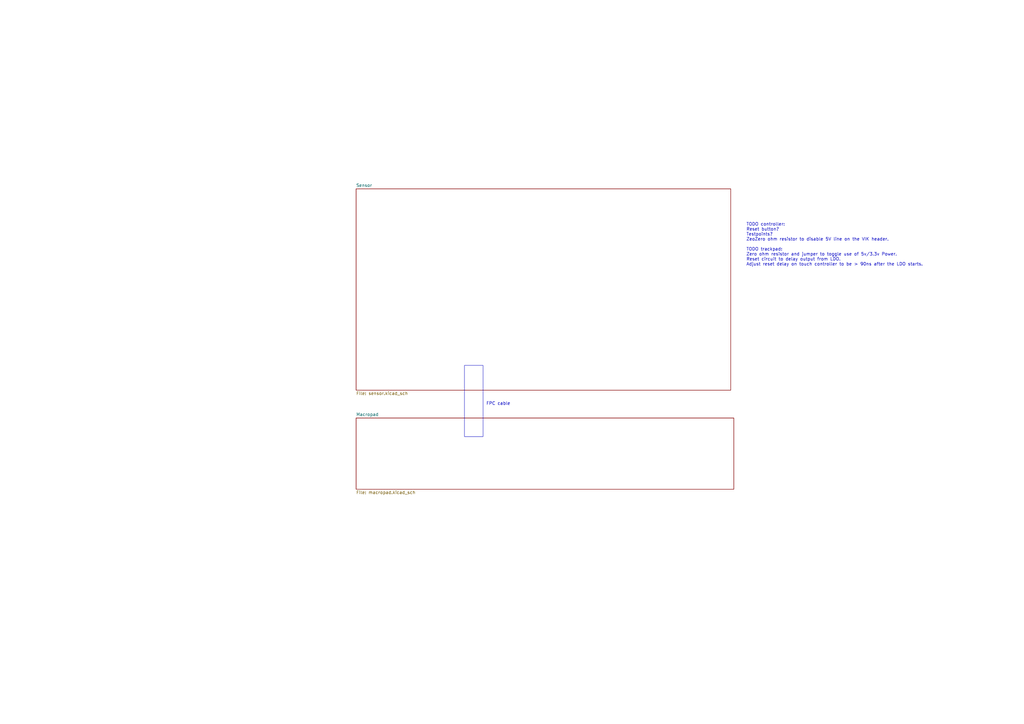
<source format=kicad_sch>
(kicad_sch (version 20230121) (generator eeschema)
  (paper "A3")
  (title_block (title "Trackpad") (date "2023-12-08") (rev "1") (company "George Norton"))
  (lib_symbols)
  (rectangle (start 190.5 149.86) (end 198.12 179.07))
  (text "TODO controller:\nReset button?\nTestpoints?\nZeoZero ohm resistor to disable 5V line on the VIK header.\n\nTODO trackpad:\nZero ohm resistor and jumper to toggle use of 5v/3.3v Power.\nReset circuit to delay output from LDO.\nAdjust reset delay on touch controller to be > 90ns after the LDO starts." (at 306.07 109.22 0) (effects (font (size 1.27 1.27)) (justify left bottom)))
  (text "FPC cable" (at 199.39 166.37 0) (effects (font (size 1.27 1.27)) (justify left bottom)))
  (sheet (at 146.05 77.47) (size 153.67 82.55) (stroke (width 0.1524))
    (property "Sheetname" "Sensor" (at 146.05 76.7584 0) (effects (justify left bottom)))
    (property "Sheetfile" "sensor.kicad_sch" (at 146.05 160.6046 0) (effects (justify left top)))
  )
  (sheet (at 146.05 171.45) (size 154.94 29.21) (stroke (width 0.1524))
    (property "Sheetname" "Macropad" (at 146.05 170.7384 0) (effects (justify left bottom)))
    (property "Sheetfile" "macropad.kicad_sch" (at 146.05 201.2446 0) (effects (justify left top)))
  )
)
</source>
